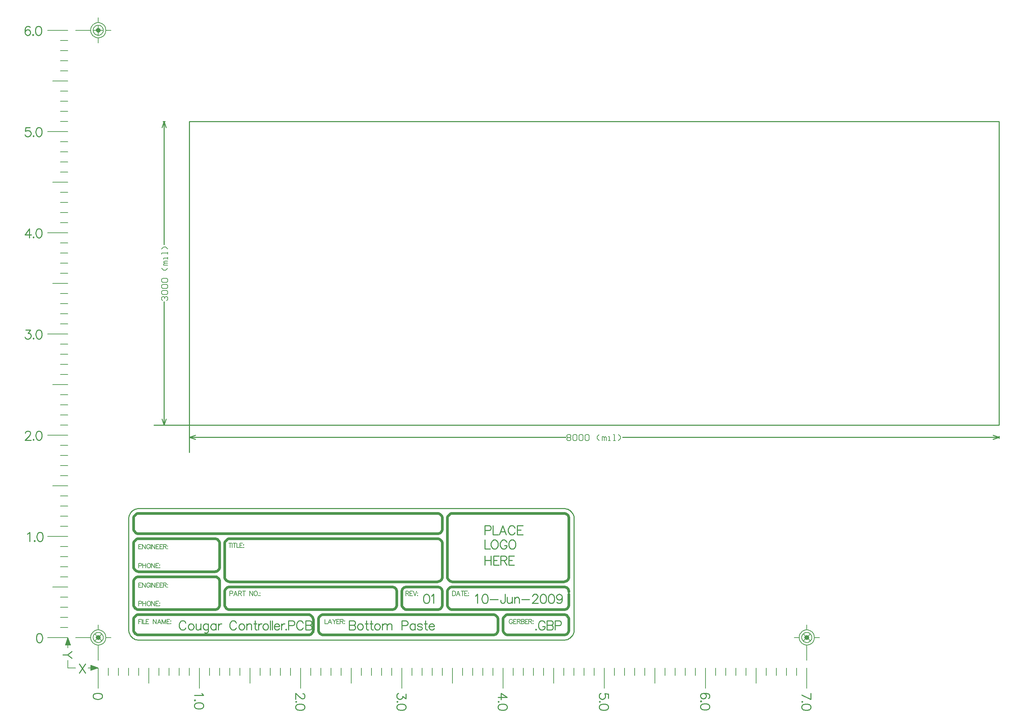
<source format=gbp>
%FSLAX23Y23*%
%MOIN*%
G70*
G01*
G75*
%ADD10C,0.021*%
%ADD11C,0.012*%
%ADD12C,0.035*%
%ADD13C,0.025*%
%ADD14C,0.045*%
%ADD15C,0.055*%
%ADD16C,0.009*%
%ADD17C,0.008*%
%ADD18C,0.010*%
%ADD19C,0.006*%
%ADD20C,0.005*%
%ADD21C,0.060*%
%ADD22C,0.200*%
%ADD23C,0.062*%
%ADD24R,0.062X0.062*%
%ADD25R,0.052X0.052*%
%ADD26C,0.052*%
%ADD27C,0.080*%
%ADD28C,0.055*%
%ADD29R,0.050X0.050*%
%ADD30C,0.050*%
%ADD31C,0.120*%
%ADD32R,0.060X0.060*%
%ADD33R,0.100X0.100*%
%ADD34C,0.100*%
%ADD35R,0.080X0.080*%
%ADD36P,0.065X8X0*%
%ADD37C,0.065*%
%ADD38R,0.065X0.065*%
D13*
X10453Y5923D02*
X10452Y5932D01*
X10449Y5942D01*
X10445Y5950D01*
X10439Y5957D01*
X10431Y5964D01*
X10423Y5968D01*
X10414Y5971D01*
X10404Y5972D01*
X9303D02*
X9293Y5971D01*
X9284Y5968D01*
X9275Y5963D01*
X9268Y5957D01*
X9262Y5950D01*
X9257Y5941D01*
X9254Y5932D01*
X9253Y5922D01*
X10403Y6022D02*
X10413Y6023D01*
X10422Y6026D01*
X10431Y6030D01*
X10438Y6036D01*
X10445Y6044D01*
X10449Y6053D01*
X10452Y6062D01*
X10453Y6072D01*
X9253D02*
X9254Y6062D01*
X9257Y6053D01*
X9262Y6044D01*
X9268Y6036D01*
X9275Y6030D01*
X9284Y6026D01*
X9293Y6023D01*
X9303Y6022D01*
X10453Y6648D02*
X10452Y6658D01*
X10449Y6667D01*
X10445Y6676D01*
X10438Y6683D01*
X10430Y6689D01*
X10422Y6694D01*
X10412Y6696D01*
X10402Y6697D01*
X10403Y5747D02*
X10413Y5748D01*
X10422Y5751D01*
X10431Y5755D01*
X10438Y5761D01*
X10445Y5769D01*
X10449Y5778D01*
X10452Y5787D01*
X10453Y5797D01*
X10453Y5648D02*
X10452Y5657D01*
X10449Y5667D01*
X10444Y5675D01*
X10438Y5682D01*
X10431Y5689D01*
X10422Y5693D01*
X10413Y5696D01*
X10403Y5697D01*
Y5497D02*
X10413Y5498D01*
X10422Y5501D01*
X10431Y5505D01*
X10438Y5511D01*
X10445Y5519D01*
X10449Y5528D01*
X10452Y5537D01*
X10453Y5547D01*
X9153Y5747D02*
X9163Y5748D01*
X9172Y5751D01*
X9181Y5755D01*
X9188Y5761D01*
X9195Y5769D01*
X9199Y5778D01*
X9202Y5787D01*
X9203Y5797D01*
X9253Y5796D02*
X9254Y5786D01*
X9257Y5777D01*
X9262Y5768D01*
X9268Y5761D01*
X9275Y5755D01*
X9284Y5750D01*
X9293Y5748D01*
X9303Y5747D01*
X9203Y5923D02*
X9202Y5932D01*
X9199Y5942D01*
X9195Y5950D01*
X9189Y5957D01*
X9181Y5964D01*
X9173Y5968D01*
X9164Y5971D01*
X9154Y5972D01*
X6153Y5547D02*
X6154Y5537D01*
X6157Y5528D01*
X6161Y5519D01*
X6167Y5512D01*
X6175Y5506D01*
X6183Y5501D01*
X6193Y5498D01*
X6202Y5497D01*
X9154Y6022D02*
X9164Y6023D01*
X9173Y6026D01*
X9181Y6031D01*
X9189Y6037D01*
X9195Y6044D01*
X9199Y6053D01*
X9202Y6062D01*
X9203Y6072D01*
X6203Y5697D02*
X6193Y5696D01*
X6184Y5693D01*
X6175Y5688D01*
X6168Y5682D01*
X6162Y5675D01*
X6157Y5666D01*
X6154Y5657D01*
X6153Y5647D01*
X9203Y6397D02*
X9202Y6407D01*
X9199Y6416D01*
X9195Y6425D01*
X9188Y6432D01*
X9181Y6438D01*
X9172Y6443D01*
X9163Y6446D01*
X9153Y6447D01*
Y6497D02*
X9163Y6498D01*
X9172Y6501D01*
X9181Y6505D01*
X9188Y6511D01*
X9195Y6519D01*
X9199Y6528D01*
X9202Y6537D01*
X9203Y6547D01*
X9303Y6697D02*
X9293Y6696D01*
X9284Y6693D01*
X9275Y6688D01*
X9268Y6682D01*
X9262Y6675D01*
X9257Y6666D01*
X9254Y6657D01*
X9253Y6647D01*
X9203D02*
X9202Y6657D01*
X9199Y6666D01*
X9195Y6675D01*
X9188Y6682D01*
X9181Y6688D01*
X9172Y6693D01*
X9163Y6696D01*
X9153Y6697D01*
X6203D02*
X6193Y6696D01*
X6184Y6693D01*
X6175Y6688D01*
X6168Y6682D01*
X6162Y6675D01*
X6157Y6666D01*
X6154Y6657D01*
X6153Y6647D01*
Y6547D02*
X6154Y6537D01*
X6157Y6528D01*
X6162Y6519D01*
X6168Y6511D01*
X6175Y6505D01*
X6184Y6501D01*
X6193Y6498D01*
X6203Y6497D01*
Y6447D02*
X6193Y6446D01*
X6184Y6443D01*
X6175Y6438D01*
X6168Y6432D01*
X6162Y6425D01*
X6157Y6416D01*
X6154Y6407D01*
X6153Y6397D01*
Y6172D02*
X6154Y6162D01*
X6157Y6153D01*
X6162Y6144D01*
X6168Y6136D01*
X6175Y6130D01*
X6184Y6126D01*
X6193Y6123D01*
X6203Y6122D01*
Y6072D02*
X6193Y6071D01*
X6184Y6068D01*
X6175Y6063D01*
X6168Y6057D01*
X6162Y6050D01*
X6157Y6041D01*
X6154Y6032D01*
X6153Y6022D01*
Y5797D02*
X6154Y5787D01*
X6157Y5778D01*
X6161Y5769D01*
X6167Y5762D01*
X6175Y5756D01*
X6183Y5751D01*
X6193Y5748D01*
X6202Y5747D01*
X7103Y6447D02*
X7093Y6446D01*
X7084Y6443D01*
X7075Y6438D01*
X7068Y6432D01*
X7062Y6425D01*
X7057Y6416D01*
X7054Y6407D01*
X7053Y6397D01*
X7103Y5972D02*
X7093Y5971D01*
X7084Y5968D01*
X7075Y5963D01*
X7068Y5957D01*
X7062Y5950D01*
X7057Y5941D01*
X7054Y5932D01*
X7053Y5922D01*
X8851Y5972D02*
X8841Y5971D01*
X8832Y5968D01*
X8824Y5963D01*
X8816Y5957D01*
X8810Y5949D01*
X8806Y5940D01*
X8804Y5931D01*
X8803Y5921D01*
X8803Y5798D02*
X8804Y5788D01*
X8807Y5778D01*
X8812Y5770D01*
X8818Y5762D01*
X8825Y5756D01*
X8834Y5751D01*
X8843Y5748D01*
X8853Y5747D01*
X8704Y5747D02*
X8714Y5748D01*
X8723Y5751D01*
X8732Y5755D01*
X8739Y5761D01*
X8745Y5769D01*
X8750Y5778D01*
X8752Y5787D01*
X8753Y5797D01*
X8753Y5923D02*
X8752Y5932D01*
X8749Y5942D01*
X8745Y5950D01*
X8739Y5957D01*
X8731Y5964D01*
X8723Y5968D01*
X8714Y5971D01*
X8704Y5972D01*
X6954Y5747D02*
X6964Y5748D01*
X6973Y5751D01*
X6981Y5755D01*
X6989Y5761D01*
X6995Y5769D01*
X6999Y5777D01*
X7002Y5786D01*
X7003Y5796D01*
X7053D02*
X7054Y5786D01*
X7057Y5777D01*
X7061Y5769D01*
X7067Y5761D01*
X7075Y5755D01*
X7083Y5751D01*
X7093Y5748D01*
X7102Y5747D01*
X7053Y6071D02*
X7054Y6061D01*
X7057Y6052D01*
X7061Y6044D01*
X7067Y6036D01*
X7075Y6030D01*
X7083Y6026D01*
X7093Y6023D01*
X7102Y6022D01*
X7003Y6023D02*
X7002Y6033D01*
X6999Y6042D01*
X6995Y6051D01*
X6988Y6058D01*
X6980Y6064D01*
X6972Y6069D01*
X6962Y6071D01*
X6952Y6072D01*
X6955Y6122D02*
X6964Y6123D01*
X6973Y6125D01*
X6982Y6130D01*
X6989Y6136D01*
X6995Y6143D01*
X6999Y6151D01*
X7002Y6160D01*
X7003Y6170D01*
Y6398D02*
X7002Y6407D01*
X6999Y6417D01*
X6995Y6425D01*
X6989Y6432D01*
X6981Y6439D01*
X6973Y6443D01*
X6964Y6446D01*
X6954Y6447D01*
X9853Y5697D02*
X9843Y5696D01*
X9834Y5693D01*
X9825Y5688D01*
X9818Y5682D01*
X9812Y5675D01*
X9807Y5666D01*
X9804Y5657D01*
X9803Y5647D01*
Y5546D02*
X9804Y5536D01*
X9807Y5527D01*
X9812Y5518D01*
X9818Y5511D01*
X9825Y5505D01*
X9834Y5500D01*
X9843Y5498D01*
X9853Y5497D01*
X9704Y5497D02*
X9714Y5498D01*
X9723Y5500D01*
X9732Y5505D01*
X9739Y5511D01*
X9745Y5519D01*
X9750Y5527D01*
X9752Y5537D01*
X9753Y5546D01*
X9753Y5647D02*
X9752Y5657D01*
X9749Y5666D01*
X9745Y5675D01*
X9738Y5682D01*
X9731Y5688D01*
X9722Y5693D01*
X9713Y5696D01*
X9703Y5697D01*
X7978Y5547D02*
X7979Y5537D01*
X7982Y5528D01*
X7986Y5519D01*
X7992Y5512D01*
X8000Y5506D01*
X8008Y5501D01*
X8018Y5498D01*
X8027Y5497D01*
X8028Y5697D02*
X8018Y5696D01*
X8009Y5693D01*
X8000Y5688D01*
X7993Y5682D01*
X7987Y5675D01*
X7982Y5666D01*
X7979Y5657D01*
X7978Y5647D01*
X7879Y5497D02*
X7889Y5498D01*
X7898Y5500D01*
X7907Y5505D01*
X7914Y5511D01*
X7920Y5519D01*
X7925Y5527D01*
X7927Y5537D01*
X7928Y5546D01*
X7928Y5647D02*
X7927Y5657D01*
X7924Y5666D01*
X7920Y5675D01*
X7913Y5682D01*
X7906Y5688D01*
X7897Y5693D01*
X7888Y5696D01*
X7878Y5697D01*
X8028Y5497D02*
X9703D01*
X6203D02*
X7878D01*
X6203Y5697D02*
X7878D01*
X8028D02*
X9703D01*
X9853Y5497D02*
X10403D01*
X9853Y5697D02*
X10403D01*
X6203Y6697D02*
X9153D01*
X6203Y5747D02*
X6953D01*
X6203Y6072D02*
X6953D01*
X6203Y6122D02*
X6953D01*
X6203Y6447D02*
X6953D01*
X6203Y6497D02*
X9153D01*
X7103Y6447D02*
X9153D01*
X7103Y5972D02*
X8703D01*
X7103Y5747D02*
X8703D01*
X8853D02*
X9153D01*
X8853Y5972D02*
X9153D01*
X9303Y5747D02*
X10403D01*
X9303Y6697D02*
X10403D01*
X7103Y6022D02*
X9153D01*
X9303D02*
X10403D01*
X9303Y5972D02*
X10403D01*
X7928Y5547D02*
Y5647D01*
X7978Y5547D02*
Y5647D01*
X9753Y5547D02*
Y5647D01*
X9803Y5547D02*
Y5647D01*
X6153Y5797D02*
Y6022D01*
X7003Y5797D02*
Y6022D01*
X6153Y6172D02*
Y6397D01*
X7003Y6172D02*
Y6397D01*
X6153Y6547D02*
Y6647D01*
X9203Y6547D02*
Y6647D01*
Y6072D02*
Y6397D01*
X7053Y6072D02*
Y6397D01*
X8753Y5797D02*
Y5922D01*
X7053Y5797D02*
Y5922D01*
X8803Y5797D02*
Y5922D01*
X9203Y5797D02*
Y5922D01*
X10453Y5547D02*
Y5647D01*
Y5797D02*
Y5897D01*
X6153Y5547D02*
Y5647D01*
X9253Y6072D02*
Y6647D01*
X10453Y6072D02*
Y6647D01*
X9253Y5797D02*
Y5922D01*
D16*
X10127Y5555D02*
X10123Y5551D01*
X10127Y5547D01*
X10132Y5551D01*
X10127Y5555D01*
X10216Y5615D02*
X10211Y5624D01*
X10203Y5633D01*
X10194Y5637D01*
X10177D01*
X10169Y5633D01*
X10160Y5624D01*
X10156Y5615D01*
X10151Y5603D01*
Y5581D01*
X10156Y5568D01*
X10160Y5560D01*
X10169Y5551D01*
X10177Y5547D01*
X10194D01*
X10203Y5551D01*
X10211Y5560D01*
X10216Y5568D01*
Y5581D01*
X10194D02*
X10216D01*
X10236Y5637D02*
Y5547D01*
Y5637D02*
X10275D01*
X10288Y5633D01*
X10292Y5628D01*
X10296Y5620D01*
Y5611D01*
X10292Y5603D01*
X10288Y5598D01*
X10275Y5594D01*
X10236D02*
X10275D01*
X10288Y5590D01*
X10292Y5585D01*
X10296Y5577D01*
Y5564D01*
X10292Y5555D01*
X10288Y5551D01*
X10275Y5547D01*
X10236D01*
X10316Y5590D02*
X10355D01*
X10368Y5594D01*
X10372Y5598D01*
X10376Y5607D01*
Y5620D01*
X10372Y5628D01*
X10368Y5633D01*
X10355Y5637D01*
X10316D01*
Y5547D01*
X5130Y11499D02*
X5125Y11507D01*
X5112Y11512D01*
X5104D01*
X5091Y11507D01*
X5082Y11495D01*
X5078Y11473D01*
Y11452D01*
X5082Y11435D01*
X5091Y11426D01*
X5104Y11422D01*
X5108D01*
X5121Y11426D01*
X5130Y11435D01*
X5134Y11448D01*
Y11452D01*
X5130Y11465D01*
X5121Y11473D01*
X5108Y11478D01*
X5104D01*
X5091Y11473D01*
X5082Y11465D01*
X5078Y11452D01*
X5158Y11430D02*
X5154Y11426D01*
X5158Y11422D01*
X5162Y11426D01*
X5158Y11430D01*
X5208Y11512D02*
X5195Y11507D01*
X5186Y11495D01*
X5182Y11473D01*
Y11460D01*
X5186Y11439D01*
X5195Y11426D01*
X5208Y11422D01*
X5216D01*
X5229Y11426D01*
X5238Y11439D01*
X5242Y11460D01*
Y11473D01*
X5238Y11495D01*
X5229Y11507D01*
X5216Y11512D01*
X5208D01*
X5121Y9512D02*
X5078Y9452D01*
X5142D01*
X5121Y9512D02*
Y9422D01*
X5163Y9430D02*
X5158Y9426D01*
X5163Y9422D01*
X5167Y9426D01*
X5163Y9430D01*
X5212Y9512D02*
X5199Y9507D01*
X5191Y9495D01*
X5187Y9473D01*
Y9460D01*
X5191Y9439D01*
X5199Y9426D01*
X5212Y9422D01*
X5221D01*
X5234Y9426D01*
X5242Y9439D01*
X5247Y9460D01*
Y9473D01*
X5242Y9495D01*
X5234Y9507D01*
X5221Y9512D01*
X5212D01*
X5082Y7490D02*
Y7495D01*
X5087Y7503D01*
X5091Y7508D01*
X5100Y7512D01*
X5117D01*
X5125Y7508D01*
X5130Y7503D01*
X5134Y7495D01*
Y7486D01*
X5130Y7478D01*
X5121Y7465D01*
X5078Y7422D01*
X5138D01*
X5163Y7430D02*
X5158Y7426D01*
X5163Y7422D01*
X5167Y7426D01*
X5163Y7430D01*
X5212Y7512D02*
X5199Y7508D01*
X5191Y7495D01*
X5187Y7473D01*
Y7460D01*
X5191Y7439D01*
X5199Y7426D01*
X5212Y7422D01*
X5221D01*
X5234Y7426D01*
X5242Y7439D01*
X5247Y7460D01*
Y7473D01*
X5242Y7495D01*
X5234Y7508D01*
X5221Y7512D01*
X5212D01*
X5216Y5512D02*
X5203Y5508D01*
X5195Y5495D01*
X5191Y5473D01*
Y5460D01*
X5195Y5439D01*
X5203Y5426D01*
X5216Y5422D01*
X5225D01*
X5238Y5426D01*
X5246Y5439D01*
X5251Y5460D01*
Y5473D01*
X5246Y5495D01*
X5238Y5508D01*
X5225Y5512D01*
X5216D01*
X5103Y6495D02*
X5112Y6499D01*
X5125Y6512D01*
Y6422D01*
X5173Y6430D02*
X5169Y6426D01*
X5173Y6422D01*
X5178Y6426D01*
X5173Y6430D01*
X5223Y6512D02*
X5210Y6508D01*
X5202Y6495D01*
X5197Y6473D01*
Y6460D01*
X5202Y6439D01*
X5210Y6426D01*
X5223Y6422D01*
X5232D01*
X5245Y6426D01*
X5253Y6439D01*
X5257Y6460D01*
Y6473D01*
X5253Y6495D01*
X5245Y6508D01*
X5232Y6512D01*
X5223D01*
X5087Y8512D02*
X5134D01*
X5108Y8478D01*
X5121D01*
X5130Y8473D01*
X5134Y8469D01*
X5138Y8456D01*
Y8448D01*
X5134Y8435D01*
X5125Y8426D01*
X5112Y8422D01*
X5100D01*
X5087Y8426D01*
X5082Y8430D01*
X5078Y8439D01*
X5163Y8430D02*
X5158Y8426D01*
X5163Y8422D01*
X5167Y8426D01*
X5163Y8430D01*
X5212Y8512D02*
X5199Y8507D01*
X5191Y8495D01*
X5187Y8473D01*
Y8460D01*
X5191Y8439D01*
X5199Y8426D01*
X5212Y8422D01*
X5221D01*
X5234Y8426D01*
X5242Y8439D01*
X5247Y8460D01*
Y8473D01*
X5242Y8495D01*
X5234Y8507D01*
X5221Y8512D01*
X5212D01*
X5130Y10512D02*
X5087D01*
X5082Y10473D01*
X5087Y10478D01*
X5100Y10482D01*
X5112D01*
X5125Y10478D01*
X5134Y10469D01*
X5138Y10456D01*
Y10448D01*
X5134Y10435D01*
X5125Y10426D01*
X5112Y10422D01*
X5100D01*
X5087Y10426D01*
X5082Y10430D01*
X5078Y10439D01*
X5163Y10430D02*
X5158Y10426D01*
X5163Y10422D01*
X5167Y10426D01*
X5163Y10430D01*
X5212Y10512D02*
X5199Y10507D01*
X5191Y10495D01*
X5187Y10473D01*
Y10460D01*
X5191Y10439D01*
X5199Y10426D01*
X5212Y10422D01*
X5221D01*
X5234Y10426D01*
X5242Y10439D01*
X5247Y10460D01*
Y10473D01*
X5242Y10495D01*
X5234Y10507D01*
X5221Y10512D01*
X5212D01*
X12843Y4862D02*
X12753Y4905D01*
X12843Y4922D02*
Y4862D01*
X12762Y4837D02*
X12757Y4842D01*
X12753Y4837D01*
X12757Y4833D01*
X12762Y4837D01*
X12843Y4788D02*
X12839Y4801D01*
X12826Y4809D01*
X12805Y4813D01*
X12792D01*
X12770Y4809D01*
X12757Y4801D01*
X12753Y4788D01*
Y4779D01*
X12757Y4766D01*
X12770Y4758D01*
X12792Y4753D01*
X12805D01*
X12826Y4758D01*
X12839Y4766D01*
X12843Y4779D01*
Y4788D01*
X10843Y4870D02*
Y4913D01*
X10805Y4918D01*
X10809Y4913D01*
X10813Y4900D01*
Y4888D01*
X10809Y4875D01*
X10800Y4866D01*
X10787Y4862D01*
X10779D01*
X10766Y4866D01*
X10757Y4875D01*
X10753Y4888D01*
Y4900D01*
X10757Y4913D01*
X10762Y4918D01*
X10770Y4922D01*
X10762Y4837D02*
X10757Y4842D01*
X10753Y4837D01*
X10757Y4833D01*
X10762Y4837D01*
X10843Y4788D02*
X10839Y4801D01*
X10826Y4809D01*
X10805Y4813D01*
X10792D01*
X10770Y4809D01*
X10757Y4801D01*
X10753Y4788D01*
Y4779D01*
X10757Y4766D01*
X10770Y4758D01*
X10792Y4753D01*
X10805D01*
X10826Y4758D01*
X10839Y4766D01*
X10843Y4779D01*
Y4788D01*
X8843Y4913D02*
Y4866D01*
X8809Y4892D01*
Y4879D01*
X8805Y4870D01*
X8800Y4866D01*
X8787Y4862D01*
X8779D01*
X8766Y4866D01*
X8757Y4875D01*
X8753Y4888D01*
Y4900D01*
X8757Y4913D01*
X8762Y4918D01*
X8770Y4922D01*
X8762Y4837D02*
X8757Y4842D01*
X8753Y4837D01*
X8757Y4833D01*
X8762Y4837D01*
X8843Y4788D02*
X8839Y4801D01*
X8826Y4809D01*
X8805Y4813D01*
X8792D01*
X8770Y4809D01*
X8757Y4801D01*
X8753Y4788D01*
Y4779D01*
X8757Y4766D01*
X8770Y4758D01*
X8792Y4753D01*
X8805D01*
X8826Y4758D01*
X8839Y4766D01*
X8843Y4779D01*
Y4788D01*
X6826Y4922D02*
X6830Y4913D01*
X6843Y4900D01*
X6753D01*
X6762Y4852D02*
X6757Y4856D01*
X6753Y4852D01*
X6757Y4847D01*
X6762Y4852D01*
X6843Y4802D02*
X6839Y4815D01*
X6826Y4823D01*
X6805Y4828D01*
X6792D01*
X6770Y4823D01*
X6757Y4815D01*
X6753Y4802D01*
Y4793D01*
X6757Y4780D01*
X6770Y4772D01*
X6792Y4768D01*
X6805D01*
X6826Y4772D01*
X6839Y4780D01*
X6843Y4793D01*
Y4802D01*
X5843Y4896D02*
X5839Y4909D01*
X5826Y4918D01*
X5805Y4922D01*
X5792D01*
X5770Y4918D01*
X5757Y4909D01*
X5753Y4896D01*
Y4888D01*
X5757Y4875D01*
X5770Y4866D01*
X5792Y4862D01*
X5805D01*
X5826Y4866D01*
X5839Y4875D01*
X5843Y4888D01*
Y4896D01*
X7822Y4918D02*
X7826D01*
X7835Y4913D01*
X7839Y4909D01*
X7843Y4900D01*
Y4883D01*
X7839Y4875D01*
X7835Y4870D01*
X7826Y4866D01*
X7817D01*
X7809Y4870D01*
X7796Y4879D01*
X7753Y4922D01*
Y4862D01*
X7762Y4837D02*
X7757Y4842D01*
X7753Y4837D01*
X7757Y4833D01*
X7762Y4837D01*
X7843Y4788D02*
X7839Y4801D01*
X7826Y4809D01*
X7805Y4813D01*
X7792D01*
X7770Y4809D01*
X7757Y4801D01*
X7753Y4788D01*
Y4779D01*
X7757Y4766D01*
X7770Y4758D01*
X7792Y4753D01*
X7805D01*
X7826Y4758D01*
X7839Y4766D01*
X7843Y4779D01*
Y4788D01*
X9843Y4879D02*
X9783Y4922D01*
Y4858D01*
X9843Y4879D02*
X9753D01*
X9762Y4837D02*
X9757Y4842D01*
X9753Y4837D01*
X9757Y4833D01*
X9762Y4837D01*
X9843Y4788D02*
X9839Y4801D01*
X9826Y4809D01*
X9805Y4813D01*
X9792D01*
X9770Y4809D01*
X9757Y4801D01*
X9753Y4788D01*
Y4779D01*
X9757Y4766D01*
X9770Y4758D01*
X9792Y4753D01*
X9805D01*
X9826Y4758D01*
X9839Y4766D01*
X9843Y4779D01*
Y4788D01*
X11830Y4870D02*
X11839Y4875D01*
X11843Y4888D01*
Y4896D01*
X11839Y4909D01*
X11826Y4918D01*
X11805Y4922D01*
X11783D01*
X11766Y4918D01*
X11757Y4909D01*
X11753Y4896D01*
Y4892D01*
X11757Y4879D01*
X11766Y4870D01*
X11779Y4866D01*
X11783D01*
X11796Y4870D01*
X11805Y4879D01*
X11809Y4892D01*
Y4896D01*
X11805Y4909D01*
X11796Y4918D01*
X11783Y4922D01*
X11762Y4842D02*
X11757Y4846D01*
X11753Y4842D01*
X11757Y4838D01*
X11762Y4842D01*
X11843Y4792D02*
X11839Y4805D01*
X11826Y4814D01*
X11805Y4818D01*
X11792D01*
X11770Y4814D01*
X11757Y4805D01*
X11753Y4792D01*
Y4784D01*
X11757Y4771D01*
X11770Y4762D01*
X11792Y4758D01*
X11805D01*
X11826Y4762D01*
X11839Y4771D01*
X11843Y4784D01*
Y4792D01*
X5616Y5212D02*
X5676Y5122D01*
Y5212D02*
X5616Y5122D01*
X5543Y5334D02*
X5500Y5300D01*
X5453D01*
X5543Y5266D02*
X5500Y5300D01*
X9528Y5882D02*
X9537Y5886D01*
X9550Y5899D01*
Y5809D01*
X9620Y5899D02*
X9607Y5895D01*
X9598Y5882D01*
X9594Y5861D01*
Y5848D01*
X9598Y5826D01*
X9607Y5814D01*
X9620Y5809D01*
X9628D01*
X9641Y5814D01*
X9650Y5826D01*
X9654Y5848D01*
Y5861D01*
X9650Y5882D01*
X9641Y5895D01*
X9628Y5899D01*
X9620D01*
X9674Y5848D02*
X9751D01*
X9821Y5899D02*
Y5831D01*
X9816Y5818D01*
X9812Y5814D01*
X9804Y5809D01*
X9795D01*
X9786Y5814D01*
X9782Y5818D01*
X9778Y5831D01*
Y5839D01*
X9844Y5869D02*
Y5826D01*
X9848Y5814D01*
X9857Y5809D01*
X9870D01*
X9878Y5814D01*
X9891Y5826D01*
Y5869D02*
Y5809D01*
X9915Y5869D02*
Y5809D01*
Y5852D02*
X9927Y5865D01*
X9936Y5869D01*
X9949D01*
X9957Y5865D01*
X9962Y5852D01*
Y5809D01*
X9985Y5848D02*
X10062D01*
X10093Y5878D02*
Y5882D01*
X10098Y5891D01*
X10102Y5895D01*
X10110Y5899D01*
X10128D01*
X10136Y5895D01*
X10140Y5891D01*
X10145Y5882D01*
Y5874D01*
X10140Y5865D01*
X10132Y5852D01*
X10089Y5809D01*
X10149D01*
X10195Y5899D02*
X10182Y5895D01*
X10173Y5882D01*
X10169Y5861D01*
Y5848D01*
X10173Y5826D01*
X10182Y5814D01*
X10195Y5809D01*
X10203D01*
X10216Y5814D01*
X10225Y5826D01*
X10229Y5848D01*
Y5861D01*
X10225Y5882D01*
X10216Y5895D01*
X10203Y5899D01*
X10195D01*
X10275D02*
X10262Y5895D01*
X10254Y5882D01*
X10249Y5861D01*
Y5848D01*
X10254Y5826D01*
X10262Y5814D01*
X10275Y5809D01*
X10284D01*
X10296Y5814D01*
X10305Y5826D01*
X10309Y5848D01*
Y5861D01*
X10305Y5882D01*
X10296Y5895D01*
X10284Y5899D01*
X10275D01*
X10385Y5869D02*
X10381Y5856D01*
X10372Y5848D01*
X10359Y5844D01*
X10355D01*
X10342Y5848D01*
X10334Y5856D01*
X10329Y5869D01*
Y5874D01*
X10334Y5886D01*
X10342Y5895D01*
X10355Y5899D01*
X10359D01*
X10372Y5895D01*
X10381Y5886D01*
X10385Y5869D01*
Y5848D01*
X10381Y5826D01*
X10372Y5814D01*
X10359Y5809D01*
X10351D01*
X10338Y5814D01*
X10334Y5822D01*
X9623Y6277D02*
Y6187D01*
X9683Y6277D02*
Y6187D01*
X9623Y6234D02*
X9683D01*
X9764Y6277D02*
X9708D01*
Y6187D01*
X9764D01*
X9708Y6234D02*
X9742D01*
X9779Y6277D02*
Y6187D01*
Y6277D02*
X9817D01*
X9830Y6273D01*
X9834Y6268D01*
X9839Y6260D01*
Y6251D01*
X9834Y6243D01*
X9830Y6238D01*
X9817Y6234D01*
X9779D01*
X9809D02*
X9839Y6187D01*
X9914Y6277D02*
X9859D01*
Y6187D01*
X9914D01*
X9859Y6234D02*
X9893D01*
X9623Y6437D02*
Y6347D01*
X9675D01*
X9710Y6437D02*
X9702Y6432D01*
X9693Y6424D01*
X9689Y6415D01*
X9684Y6403D01*
Y6381D01*
X9689Y6368D01*
X9693Y6360D01*
X9702Y6351D01*
X9710Y6347D01*
X9727D01*
X9736Y6351D01*
X9744Y6360D01*
X9749Y6368D01*
X9753Y6381D01*
Y6403D01*
X9749Y6415D01*
X9744Y6424D01*
X9736Y6432D01*
X9727Y6437D01*
X9710D01*
X9838Y6415D02*
X9834Y6424D01*
X9825Y6432D01*
X9817Y6437D01*
X9800D01*
X9791Y6432D01*
X9783Y6424D01*
X9778Y6415D01*
X9774Y6403D01*
Y6381D01*
X9778Y6368D01*
X9783Y6360D01*
X9791Y6351D01*
X9800Y6347D01*
X9817D01*
X9825Y6351D01*
X9834Y6360D01*
X9838Y6368D01*
Y6381D01*
X9817D02*
X9838D01*
X9884Y6437D02*
X9876Y6432D01*
X9867Y6424D01*
X9863Y6415D01*
X9859Y6403D01*
Y6381D01*
X9863Y6368D01*
X9867Y6360D01*
X9876Y6351D01*
X9884Y6347D01*
X9902D01*
X9910Y6351D01*
X9919Y6360D01*
X9923Y6368D01*
X9927Y6381D01*
Y6403D01*
X9923Y6415D01*
X9919Y6424D01*
X9910Y6432D01*
X9902Y6437D01*
X9884D01*
X9623Y6530D02*
X9662D01*
X9675Y6534D01*
X9679Y6538D01*
X9683Y6547D01*
Y6560D01*
X9679Y6568D01*
X9675Y6573D01*
X9662Y6577D01*
X9623D01*
Y6487D01*
X9703Y6577D02*
Y6487D01*
X9755D01*
X9833D02*
X9799Y6577D01*
X9765Y6487D01*
X9777Y6517D02*
X9820D01*
X9918Y6555D02*
X9914Y6564D01*
X9905Y6573D01*
X9897Y6577D01*
X9880D01*
X9871Y6573D01*
X9863Y6564D01*
X9858Y6555D01*
X9854Y6543D01*
Y6521D01*
X9858Y6508D01*
X9863Y6500D01*
X9871Y6491D01*
X9880Y6487D01*
X9897D01*
X9905Y6491D01*
X9914Y6500D01*
X9918Y6508D01*
X9999Y6577D02*
X9944D01*
Y6487D01*
X9999D01*
X9944Y6534D02*
X9978D01*
X9041Y5899D02*
X9028Y5895D01*
X9020Y5882D01*
X9016Y5861D01*
Y5848D01*
X9020Y5826D01*
X9028Y5814D01*
X9041Y5809D01*
X9050D01*
X9063Y5814D01*
X9071Y5826D01*
X9076Y5848D01*
Y5861D01*
X9071Y5882D01*
X9063Y5895D01*
X9050Y5899D01*
X9041D01*
X9096Y5882D02*
X9104Y5886D01*
X9117Y5899D01*
Y5809D01*
X8283Y5637D02*
Y5547D01*
Y5637D02*
X8322D01*
X8335Y5633D01*
X8339Y5628D01*
X8343Y5620D01*
Y5611D01*
X8339Y5603D01*
X8335Y5598D01*
X8322Y5594D01*
X8283D02*
X8322D01*
X8335Y5590D01*
X8339Y5585D01*
X8343Y5577D01*
Y5564D01*
X8339Y5555D01*
X8335Y5551D01*
X8322Y5547D01*
X8283D01*
X8385Y5607D02*
X8376Y5603D01*
X8368Y5594D01*
X8363Y5581D01*
Y5573D01*
X8368Y5560D01*
X8376Y5551D01*
X8385Y5547D01*
X8398D01*
X8406Y5551D01*
X8415Y5560D01*
X8419Y5573D01*
Y5581D01*
X8415Y5594D01*
X8406Y5603D01*
X8398Y5607D01*
X8385D01*
X8452Y5637D02*
Y5564D01*
X8456Y5551D01*
X8464Y5547D01*
X8473D01*
X8439Y5607D02*
X8469D01*
X8499Y5637D02*
Y5564D01*
X8503Y5551D01*
X8512Y5547D01*
X8520D01*
X8486Y5607D02*
X8516D01*
X8554D02*
X8546Y5603D01*
X8537Y5594D01*
X8533Y5581D01*
Y5573D01*
X8537Y5560D01*
X8546Y5551D01*
X8554Y5547D01*
X8567D01*
X8576Y5551D01*
X8584Y5560D01*
X8589Y5573D01*
Y5581D01*
X8584Y5594D01*
X8576Y5603D01*
X8567Y5607D01*
X8554D01*
X8608D02*
Y5547D01*
Y5590D02*
X8621Y5603D01*
X8630Y5607D01*
X8643D01*
X8651Y5603D01*
X8655Y5590D01*
Y5547D01*
Y5590D02*
X8668Y5603D01*
X8677Y5607D01*
X8690D01*
X8698Y5603D01*
X8703Y5590D01*
Y5547D01*
X8802Y5590D02*
X8840D01*
X8853Y5594D01*
X8857Y5598D01*
X8862Y5607D01*
Y5620D01*
X8857Y5628D01*
X8853Y5633D01*
X8840Y5637D01*
X8802D01*
Y5547D01*
X8933Y5607D02*
Y5547D01*
Y5594D02*
X8925Y5603D01*
X8916Y5607D01*
X8903D01*
X8895Y5603D01*
X8886Y5594D01*
X8882Y5581D01*
Y5573D01*
X8886Y5560D01*
X8895Y5551D01*
X8903Y5547D01*
X8916D01*
X8925Y5551D01*
X8933Y5560D01*
X9004Y5594D02*
X9000Y5603D01*
X8987Y5607D01*
X8974D01*
X8961Y5603D01*
X8957Y5594D01*
X8961Y5585D01*
X8970Y5581D01*
X8991Y5577D01*
X9000Y5573D01*
X9004Y5564D01*
Y5560D01*
X9000Y5551D01*
X8987Y5547D01*
X8974D01*
X8961Y5551D01*
X8957Y5560D01*
X9036Y5637D02*
Y5564D01*
X9040Y5551D01*
X9049Y5547D01*
X9057D01*
X9023Y5607D02*
X9053D01*
X9070Y5581D02*
X9122D01*
Y5590D01*
X9117Y5598D01*
X9113Y5603D01*
X9105Y5607D01*
X9092D01*
X9083Y5603D01*
X9075Y5594D01*
X9070Y5581D01*
Y5573D01*
X9075Y5560D01*
X9083Y5551D01*
X9092Y5547D01*
X9105D01*
X9113Y5551D01*
X9122Y5560D01*
X6667Y5615D02*
X6663Y5624D01*
X6655Y5633D01*
X6646Y5637D01*
X6629D01*
X6620Y5633D01*
X6612Y5624D01*
X6607Y5615D01*
X6603Y5603D01*
Y5581D01*
X6607Y5568D01*
X6612Y5560D01*
X6620Y5551D01*
X6629Y5547D01*
X6646D01*
X6655Y5551D01*
X6663Y5560D01*
X6667Y5568D01*
X6714Y5607D02*
X6706Y5603D01*
X6697Y5594D01*
X6693Y5581D01*
Y5573D01*
X6697Y5560D01*
X6706Y5551D01*
X6714Y5547D01*
X6727D01*
X6736Y5551D01*
X6744Y5560D01*
X6748Y5573D01*
Y5581D01*
X6744Y5594D01*
X6736Y5603D01*
X6727Y5607D01*
X6714D01*
X6768D02*
Y5564D01*
X6772Y5551D01*
X6781Y5547D01*
X6794D01*
X6802Y5551D01*
X6815Y5564D01*
Y5607D02*
Y5547D01*
X6890Y5607D02*
Y5538D01*
X6886Y5525D01*
X6882Y5521D01*
X6873Y5517D01*
X6860D01*
X6852Y5521D01*
X6890Y5594D02*
X6882Y5603D01*
X6873Y5607D01*
X6860D01*
X6852Y5603D01*
X6843Y5594D01*
X6839Y5581D01*
Y5573D01*
X6843Y5560D01*
X6852Y5551D01*
X6860Y5547D01*
X6873D01*
X6882Y5551D01*
X6890Y5560D01*
X6966Y5607D02*
Y5547D01*
Y5594D02*
X6957Y5603D01*
X6948Y5607D01*
X6936D01*
X6927Y5603D01*
X6918Y5594D01*
X6914Y5581D01*
Y5573D01*
X6918Y5560D01*
X6927Y5551D01*
X6936Y5547D01*
X6948D01*
X6957Y5551D01*
X6966Y5560D01*
X6990Y5607D02*
Y5547D01*
Y5581D02*
X6994Y5594D01*
X7002Y5603D01*
X7011Y5607D01*
X7024D01*
X7167Y5615D02*
X7163Y5624D01*
X7154Y5633D01*
X7146Y5637D01*
X7128D01*
X7120Y5633D01*
X7111Y5624D01*
X7107Y5615D01*
X7103Y5603D01*
Y5581D01*
X7107Y5568D01*
X7111Y5560D01*
X7120Y5551D01*
X7128Y5547D01*
X7146D01*
X7154Y5551D01*
X7163Y5560D01*
X7167Y5568D01*
X7214Y5607D02*
X7205Y5603D01*
X7197Y5594D01*
X7192Y5581D01*
Y5573D01*
X7197Y5560D01*
X7205Y5551D01*
X7214Y5547D01*
X7227D01*
X7235Y5551D01*
X7244Y5560D01*
X7248Y5573D01*
Y5581D01*
X7244Y5594D01*
X7235Y5603D01*
X7227Y5607D01*
X7214D01*
X7268D02*
Y5547D01*
Y5590D02*
X7281Y5603D01*
X7289Y5607D01*
X7302D01*
X7311Y5603D01*
X7315Y5590D01*
Y5547D01*
X7351Y5637D02*
Y5564D01*
X7356Y5551D01*
X7364Y5547D01*
X7373D01*
X7338Y5607D02*
X7368D01*
X7386D02*
Y5547D01*
Y5581D02*
X7390Y5594D01*
X7398Y5603D01*
X7407Y5607D01*
X7420D01*
X7449D02*
X7441Y5603D01*
X7432Y5594D01*
X7428Y5581D01*
Y5573D01*
X7432Y5560D01*
X7441Y5551D01*
X7449Y5547D01*
X7462D01*
X7471Y5551D01*
X7479Y5560D01*
X7484Y5573D01*
Y5581D01*
X7479Y5594D01*
X7471Y5603D01*
X7462Y5607D01*
X7449D01*
X7503Y5637D02*
Y5547D01*
X7522Y5637D02*
Y5547D01*
X7541Y5581D02*
X7592D01*
Y5590D01*
X7588Y5598D01*
X7584Y5603D01*
X7575Y5607D01*
X7562D01*
X7554Y5603D01*
X7545Y5594D01*
X7541Y5581D01*
Y5573D01*
X7545Y5560D01*
X7554Y5551D01*
X7562Y5547D01*
X7575D01*
X7584Y5551D01*
X7592Y5560D01*
X7612Y5607D02*
Y5547D01*
Y5581D02*
X7616Y5594D01*
X7625Y5603D01*
X7633Y5607D01*
X7646D01*
X7658Y5555D02*
X7654Y5551D01*
X7658Y5547D01*
X7663Y5551D01*
X7658Y5555D01*
X7682Y5590D02*
X7721D01*
X7734Y5594D01*
X7738Y5598D01*
X7742Y5607D01*
Y5620D01*
X7738Y5628D01*
X7734Y5633D01*
X7721Y5637D01*
X7682D01*
Y5547D01*
X7827Y5615D02*
X7823Y5624D01*
X7814Y5633D01*
X7805Y5637D01*
X7788D01*
X7780Y5633D01*
X7771Y5624D01*
X7767Y5615D01*
X7763Y5603D01*
Y5581D01*
X7767Y5568D01*
X7771Y5560D01*
X7780Y5551D01*
X7788Y5547D01*
X7805D01*
X7814Y5551D01*
X7823Y5560D01*
X7827Y5568D01*
X7852Y5637D02*
Y5547D01*
Y5637D02*
X7891D01*
X7904Y5633D01*
X7908Y5628D01*
X7912Y5620D01*
Y5611D01*
X7908Y5603D01*
X7904Y5598D01*
X7891Y5594D01*
X7852D02*
X7891D01*
X7904Y5590D01*
X7908Y5585D01*
X7912Y5577D01*
Y5564D01*
X7908Y5555D01*
X7904Y5551D01*
X7891Y5547D01*
X7852D01*
D17*
X12853Y5472D02*
X12852Y5482D01*
X12849Y5492D01*
X12844Y5500D01*
X12838Y5508D01*
X12830Y5514D01*
X12820Y5519D01*
X12811Y5521D01*
X12801Y5522D01*
X12791Y5520D01*
X12781Y5517D01*
X12773Y5511D01*
X12765Y5504D01*
X12759Y5496D01*
X12755Y5487D01*
X12753Y5477D01*
Y5467D01*
X12755Y5457D01*
X12759Y5448D01*
X12765Y5439D01*
X12773Y5432D01*
X12781Y5427D01*
X12791Y5423D01*
X12801Y5422D01*
X12811Y5422D01*
X12820Y5425D01*
X12830Y5429D01*
X12838Y5436D01*
X12844Y5443D01*
X12849Y5452D01*
X12852Y5462D01*
X12853Y5472D01*
X12878D02*
X12877Y5482D01*
X12875Y5492D01*
X12872Y5501D01*
X12868Y5510D01*
X12862Y5518D01*
X12855Y5526D01*
X12848Y5532D01*
X12839Y5538D01*
X12830Y5542D01*
X12821Y5545D01*
X12811Y5546D01*
X12801Y5547D01*
X12791Y5546D01*
X12781Y5543D01*
X12772Y5540D01*
X12763Y5535D01*
X12755Y5529D01*
X12748Y5522D01*
X12741Y5514D01*
X12736Y5506D01*
X12732Y5496D01*
X12730Y5487D01*
X12728Y5477D01*
Y5467D01*
X12730Y5457D01*
X12732Y5447D01*
X12736Y5438D01*
X12741Y5429D01*
X12748Y5421D01*
X12755Y5415D01*
X12763Y5409D01*
X12772Y5404D01*
X12781Y5400D01*
X12791Y5398D01*
X12801Y5397D01*
X12811Y5397D01*
X12821Y5399D01*
X12830Y5402D01*
X12839Y5406D01*
X12848Y5411D01*
X12855Y5418D01*
X12862Y5425D01*
X12868Y5434D01*
X12872Y5443D01*
X12875Y5452D01*
X12877Y5462D01*
X12878Y5472D01*
X12806D02*
X12801D01*
X12806D01*
X12808D02*
X12801Y5476D01*
Y5467D01*
X12808Y5472D01*
X12823D02*
X12821Y5481D01*
X12814Y5488D01*
X12806Y5492D01*
X12796Y5490D01*
X12788Y5485D01*
X12784Y5477D01*
Y5467D01*
X12788Y5459D01*
X12796Y5453D01*
X12806Y5452D01*
X12814Y5455D01*
X12821Y5462D01*
X12823Y5472D01*
X12818D02*
X12815Y5481D01*
X12806Y5487D01*
X12796Y5485D01*
X12789Y5477D01*
Y5467D01*
X12796Y5459D01*
X12806Y5457D01*
X12815Y5462D01*
X12818Y5472D01*
X12813D02*
X12808Y5480D01*
X12798D01*
X12793Y5472D01*
X12798Y5463D01*
X12808D01*
X12813Y5472D01*
X5878Y11472D02*
X5877Y11482D01*
X5875Y11492D01*
X5872Y11501D01*
X5868Y11510D01*
X5862Y11518D01*
X5855Y11526D01*
X5848Y11532D01*
X5839Y11538D01*
X5830Y11542D01*
X5821Y11545D01*
X5811Y11546D01*
X5801Y11547D01*
X5791Y11546D01*
X5781Y11543D01*
X5772Y11540D01*
X5763Y11535D01*
X5755Y11529D01*
X5747Y11522D01*
X5741Y11514D01*
X5736Y11506D01*
X5732Y11496D01*
X5730Y11487D01*
X5728Y11477D01*
Y11467D01*
X5730Y11457D01*
X5732Y11447D01*
X5736Y11438D01*
X5741Y11429D01*
X5747Y11421D01*
X5755Y11415D01*
X5763Y11409D01*
X5772Y11404D01*
X5781Y11400D01*
X5791Y11398D01*
X5801Y11397D01*
X5811Y11397D01*
X5821Y11399D01*
X5830Y11402D01*
X5839Y11406D01*
X5848Y11411D01*
X5855Y11418D01*
X5862Y11425D01*
X5868Y11434D01*
X5872Y11443D01*
X5875Y11452D01*
X5877Y11462D01*
X5878Y11472D01*
X5806D02*
X5801D01*
X5806D01*
X5808D02*
X5801Y11476D01*
Y11467D01*
X5808Y11472D01*
X5813D02*
X5808Y11480D01*
X5798D01*
X5793Y11472D01*
X5798Y11463D01*
X5808D01*
X5813Y11472D01*
X5818D02*
X5815Y11481D01*
X5806Y11487D01*
X5796Y11485D01*
X5789Y11477D01*
Y11467D01*
X5796Y11459D01*
X5806Y11457D01*
X5815Y11462D01*
X5818Y11472D01*
X5823D02*
X5821Y11481D01*
X5814Y11488D01*
X5806Y11492D01*
X5796Y11491D01*
X5788Y11485D01*
X5784Y11477D01*
Y11467D01*
X5788Y11459D01*
X5796Y11453D01*
X5806Y11452D01*
X5814Y11455D01*
X5821Y11463D01*
X5823Y11472D01*
X5853D02*
X5852Y11482D01*
X5849Y11492D01*
X5844Y11500D01*
X5838Y11508D01*
X5830Y11514D01*
X5820Y11519D01*
X5811Y11521D01*
X5801Y11522D01*
X5791Y11520D01*
X5781Y11517D01*
X5773Y11511D01*
X5765Y11504D01*
X5759Y11496D01*
X5755Y11487D01*
X5753Y11477D01*
Y11467D01*
X5755Y11457D01*
X5759Y11448D01*
X5765Y11439D01*
X5773Y11432D01*
X5781Y11427D01*
X5791Y11423D01*
X5801Y11422D01*
X5811Y11422D01*
X5820Y11425D01*
X5830Y11429D01*
X5838Y11436D01*
X5844Y11443D01*
X5849Y11452D01*
X5852Y11462D01*
X5853Y11472D01*
X5853Y5472D02*
X5852Y5482D01*
X5849Y5492D01*
X5844Y5500D01*
X5838Y5508D01*
X5830Y5514D01*
X5820Y5519D01*
X5811Y5521D01*
X5801Y5522D01*
X5791Y5520D01*
X5781Y5517D01*
X5773Y5511D01*
X5765Y5504D01*
X5759Y5496D01*
X5755Y5487D01*
X5753Y5477D01*
Y5467D01*
X5755Y5457D01*
X5759Y5448D01*
X5765Y5439D01*
X5773Y5432D01*
X5781Y5427D01*
X5791Y5423D01*
X5801Y5422D01*
X5811Y5422D01*
X5820Y5425D01*
X5830Y5429D01*
X5838Y5436D01*
X5844Y5443D01*
X5849Y5452D01*
X5852Y5462D01*
X5853Y5472D01*
X5878D02*
X5877Y5482D01*
X5875Y5492D01*
X5872Y5501D01*
X5868Y5510D01*
X5862Y5518D01*
X5855Y5526D01*
X5848Y5532D01*
X5839Y5538D01*
X5830Y5542D01*
X5821Y5545D01*
X5811Y5546D01*
X5801Y5547D01*
X5791Y5546D01*
X5781Y5543D01*
X5772Y5540D01*
X5763Y5535D01*
X5755Y5529D01*
X5748Y5522D01*
X5741Y5514D01*
X5736Y5506D01*
X5732Y5496D01*
X5730Y5487D01*
X5728Y5477D01*
Y5467D01*
X5730Y5457D01*
X5732Y5447D01*
X5736Y5438D01*
X5741Y5429D01*
X5748Y5421D01*
X5755Y5415D01*
X5763Y5409D01*
X5772Y5404D01*
X5781Y5400D01*
X5791Y5398D01*
X5801Y5397D01*
X5811Y5397D01*
X5821Y5399D01*
X5830Y5402D01*
X5839Y5406D01*
X5848Y5411D01*
X5855Y5418D01*
X5862Y5425D01*
X5868Y5434D01*
X5872Y5443D01*
X5875Y5452D01*
X5877Y5462D01*
X5878Y5472D01*
X5806D02*
X5801D01*
X5806D01*
X5808D02*
X5801Y5476D01*
Y5467D01*
X5808Y5472D01*
X5823D02*
X5821Y5481D01*
X5814Y5488D01*
X5806Y5492D01*
X5796Y5490D01*
X5788Y5485D01*
X5784Y5477D01*
Y5467D01*
X5788Y5459D01*
X5796Y5453D01*
X5806Y5452D01*
X5814Y5455D01*
X5821Y5462D01*
X5823Y5472D01*
X5813D02*
X5808Y5480D01*
X5798D01*
X5793Y5472D01*
X5798Y5463D01*
X5808D01*
X5813Y5472D01*
X5818D02*
X5815Y5481D01*
X5806Y5487D01*
X5796Y5485D01*
X5789Y5477D01*
Y5467D01*
X5796Y5459D01*
X5806Y5457D01*
X5815Y5462D01*
X5818Y5472D01*
X5878D02*
X5928D01*
X5578D02*
X5728D01*
X5503Y5172D02*
X5578D01*
X5478Y5397D02*
X5528D01*
X5489Y5405D02*
X5518D01*
X5494Y5408D02*
X5513D01*
X5484Y5401D02*
X5523D01*
X5499Y5412D02*
X5508D01*
X5703Y5172D02*
X5728D01*
X5303Y5472D02*
X5503D01*
X5428Y5572D02*
X5503D01*
X5428Y5672D02*
X5503D01*
X5428Y5772D02*
X5503D01*
X5428Y5872D02*
X5503D01*
X5353Y5972D02*
X5503D01*
X5428Y6072D02*
X5503D01*
X5428Y6172D02*
X5503D01*
X5428Y6272D02*
X5503D01*
X5428Y6372D02*
X5503D01*
X5303Y6472D02*
X5503D01*
X5428Y6572D02*
X5503D01*
X5428Y6672D02*
X5503D01*
X5428Y6772D02*
X5503D01*
X5428Y6872D02*
X5503D01*
X5353Y6972D02*
X5503D01*
X5428Y7072D02*
X5503D01*
X5428Y7172D02*
X5503D01*
X5428Y7272D02*
X5503D01*
X5428Y7372D02*
X5503D01*
X5303Y7472D02*
X5503D01*
X5428Y7572D02*
X5503D01*
X5428Y7672D02*
X5503D01*
X5428Y7772D02*
X5503D01*
X5428Y7872D02*
X5503D01*
X5353Y7972D02*
X5503D01*
X5428Y8072D02*
X5503D01*
X5428Y8172D02*
X5503D01*
X5428Y8272D02*
X5503D01*
X5428Y8372D02*
X5503D01*
X5303Y8472D02*
X5503D01*
X5428Y8572D02*
X5503D01*
X5428Y8672D02*
X5503D01*
X5428Y8772D02*
X5503D01*
X5428Y8872D02*
X5503D01*
X5353Y8972D02*
X5503D01*
X5428Y9072D02*
X5503D01*
X5428Y9172D02*
X5503D01*
X5428Y9272D02*
X5503D01*
X5428Y9372D02*
X5503D01*
X5303Y9472D02*
X5503D01*
X5428Y9572D02*
X5503D01*
X5428Y9672D02*
X5503D01*
X5428Y9772D02*
X5503D01*
X5428Y9872D02*
X5503D01*
X5353Y9972D02*
X5503D01*
X5428Y10072D02*
X5503D01*
X5428Y10172D02*
X5503D01*
X5428Y10272D02*
X5503D01*
X5428Y10372D02*
X5503D01*
X5303Y10472D02*
X5503D01*
X5428Y10572D02*
X5503D01*
X5428Y10672D02*
X5503D01*
X5428Y10772D02*
X5503D01*
X5428Y10872D02*
X5503D01*
X5353Y10972D02*
X5503D01*
X5428Y11072D02*
X5503D01*
X5428Y11172D02*
X5503D01*
X5428Y11272D02*
X5503D01*
X5428Y11372D02*
X5503D01*
X5303Y11472D02*
X5503D01*
X5803D02*
X5853D01*
X5753D02*
X5803D01*
X5578D02*
X5728D01*
X5878D02*
X5928D01*
X12678Y5472D02*
X12728D01*
X12878D02*
X12928D01*
X5803Y5247D02*
Y5397D01*
Y5547D02*
Y5597D01*
X5503Y5172D02*
Y5247D01*
X5728Y5147D02*
Y5197D01*
X5736Y5157D02*
Y5186D01*
X5503Y5372D02*
Y5397D01*
X5740Y5162D02*
Y5181D01*
X5733Y5152D02*
Y5191D01*
X5743Y5167D02*
Y5176D01*
X5803Y4972D02*
Y5172D01*
X5903Y5097D02*
Y5172D01*
X6003Y5097D02*
Y5172D01*
X6103Y5097D02*
Y5172D01*
X6203Y5097D02*
Y5172D01*
X6303Y5022D02*
Y5172D01*
X6403Y5097D02*
Y5172D01*
X6503Y5097D02*
Y5172D01*
X6603Y5097D02*
Y5172D01*
X6703Y5097D02*
Y5172D01*
X6803Y4972D02*
Y5172D01*
X6903Y5097D02*
Y5172D01*
X7003Y5097D02*
Y5172D01*
X7103Y5097D02*
Y5172D01*
X7203Y5097D02*
Y5172D01*
X7303Y5022D02*
Y5172D01*
X7403Y5097D02*
Y5172D01*
X7503Y5097D02*
Y5172D01*
X7603Y5097D02*
Y5172D01*
X7703Y5097D02*
Y5172D01*
X7803Y4972D02*
Y5172D01*
X7903Y5097D02*
Y5172D01*
X8003Y5097D02*
Y5172D01*
X8103Y5097D02*
Y5172D01*
X8203Y5097D02*
Y5172D01*
X8303Y5022D02*
Y5172D01*
X8403Y5097D02*
Y5172D01*
X8503Y5097D02*
Y5172D01*
X8603Y5097D02*
Y5172D01*
X8703Y5097D02*
Y5172D01*
X8803Y4972D02*
Y5172D01*
X8903Y5097D02*
Y5172D01*
X9003Y5097D02*
Y5172D01*
X9103Y5097D02*
Y5172D01*
X9203Y5097D02*
Y5172D01*
X9303Y5022D02*
Y5172D01*
X9403Y5097D02*
Y5172D01*
X9503Y5097D02*
Y5172D01*
X9603Y5097D02*
Y5172D01*
X9703Y5097D02*
Y5172D01*
X9803Y4972D02*
Y5172D01*
X9903Y5097D02*
Y5172D01*
X10003Y5097D02*
Y5172D01*
X10103Y5097D02*
Y5172D01*
X10203Y5097D02*
Y5172D01*
X10303Y5022D02*
Y5172D01*
X10403Y5097D02*
Y5172D01*
X10503Y5097D02*
Y5172D01*
X10603Y5097D02*
Y5172D01*
X10703Y5097D02*
Y5172D01*
X10803Y4972D02*
Y5172D01*
X10903Y5097D02*
Y5172D01*
X11003Y5097D02*
Y5172D01*
X11103Y5097D02*
Y5172D01*
X11203Y5097D02*
Y5172D01*
X11303Y5022D02*
Y5172D01*
X11403Y5097D02*
Y5172D01*
X11503Y5097D02*
Y5172D01*
X11603Y5097D02*
Y5172D01*
X11703Y5097D02*
Y5172D01*
X11803Y4972D02*
Y5172D01*
X11903Y5097D02*
Y5172D01*
X12003Y5097D02*
Y5172D01*
X12103Y5097D02*
Y5172D01*
X12203Y5097D02*
Y5172D01*
X12303Y5022D02*
Y5172D01*
X12403Y5097D02*
Y5172D01*
X12503Y5097D02*
Y5172D01*
X12603Y5097D02*
Y5172D01*
X12703Y5097D02*
Y5172D01*
X12803Y4972D02*
Y5172D01*
X5803Y11422D02*
Y11472D01*
Y11522D01*
Y11547D02*
Y11597D01*
Y11347D02*
Y11397D01*
X12803Y5547D02*
Y5597D01*
Y5247D02*
Y5397D01*
X5803Y5472D02*
X5838Y5507D01*
X5768Y5437D02*
X5803Y5472D01*
X12768Y5437D02*
X12803Y5472D01*
X12838Y5507D01*
X5803Y5472D02*
X5838Y5437D01*
X5768Y5507D02*
X5803Y5472D01*
X12803D02*
X12838Y5437D01*
X12768Y5507D02*
X12803Y5472D01*
X5728Y5147D02*
X5803Y5172D01*
X5728Y5197D02*
X5803Y5172D01*
X5736Y5186D02*
X5779Y5172D01*
X5736Y5157D02*
X5779Y5172D01*
X5503Y5472D02*
X5528Y5397D01*
X5478D02*
X5503Y5472D01*
X5489Y5405D02*
X5503Y5448D01*
X5518Y5405D01*
X5494Y5408D02*
X5503Y5436D01*
X5513Y5408D01*
X5484Y5401D02*
X5503Y5459D01*
X5523Y5401D01*
X5499Y5412D02*
X5503Y5425D01*
X5508Y5412D01*
X5740Y5181D02*
X5768Y5172D01*
X5740Y5162D02*
X5768Y5172D01*
X5733Y5191D02*
X5791Y5172D01*
X5733Y5152D02*
X5791Y5172D01*
X5743Y5176D02*
X5756Y5172D01*
X5743Y5167D02*
X5756Y5172D01*
D18*
X6203Y6747D02*
X6193Y6746D01*
X6184Y6745D01*
X6174Y6742D01*
X6165Y6739D01*
X6156Y6735D01*
X6148Y6730D01*
X6140Y6724D01*
X6132Y6718D01*
X6126Y6710D01*
X6120Y6702D01*
X6115Y6694D01*
X6111Y6685D01*
X6107Y6676D01*
X6105Y6666D01*
X6104Y6657D01*
X6103Y6647D01*
Y5548D02*
X6104Y5538D01*
X6105Y5528D01*
X6107Y5519D01*
X6111Y5510D01*
X6115Y5501D01*
X6120Y5492D01*
X6126Y5484D01*
X6132Y5477D01*
X6139Y5470D01*
X6147Y5464D01*
X6155Y5459D01*
X6164Y5455D01*
X6173Y5452D01*
X6183Y5449D01*
X6193Y5447D01*
X6202Y5447D01*
X10403Y5447D02*
X10413Y5447D01*
X10423Y5449D01*
X10432Y5451D01*
X10441Y5454D01*
X10450Y5459D01*
X10459Y5464D01*
X10467Y5470D01*
X10474Y5476D01*
X10480Y5483D01*
X10486Y5491D01*
X10491Y5500D01*
X10496Y5509D01*
X10499Y5518D01*
X10501Y5527D01*
X10503Y5537D01*
X10503Y5547D01*
Y6647D02*
X10503Y6657D01*
X10501Y6666D01*
X10499Y6676D01*
X10496Y6685D01*
X10491Y6694D01*
X10486Y6702D01*
X10480Y6710D01*
X10474Y6718D01*
X10467Y6724D01*
X10459Y6730D01*
X10450Y6735D01*
X10441Y6739D01*
X10432Y6742D01*
X10423Y6745D01*
X10413Y6746D01*
X10403Y6747D01*
X6353Y7572D02*
X6703D01*
X6443Y10572D02*
X6463D01*
X6443Y7572D02*
X6463D01*
X6453Y10572D02*
X6473Y10512D01*
X6433D02*
X6453Y10572D01*
Y7572D02*
X6473Y7632D01*
X6433D02*
X6453Y7572D01*
Y9353D02*
Y10572D01*
Y7572D02*
Y8791D01*
X6703Y7302D02*
Y7572D01*
X14703Y7442D02*
Y7462D01*
X6703Y7442D02*
Y7462D01*
X14643Y7432D02*
X14703Y7452D01*
X14643Y7472D02*
X14703Y7452D01*
X6703D02*
X6763Y7432D01*
X6703Y7452D02*
X6763Y7472D01*
X10984Y7452D02*
X14703D01*
X6703D02*
X10422D01*
X6703Y7572D02*
X14703D01*
X6703Y10572D02*
X14703D01*
Y7572D02*
Y10572D01*
X6703Y7572D02*
Y10572D01*
X6203Y5447D02*
X10403D01*
X6203Y6747D02*
X10403D01*
X10503Y5547D02*
Y6647D01*
X6103Y5547D02*
Y6647D01*
D19*
X6439Y8801D02*
X6429Y8811D01*
Y8831D01*
X6439Y8841D01*
X6449D01*
X6459Y8831D01*
Y8821D01*
Y8831D01*
X6469Y8841D01*
X6479D01*
X6489Y8831D01*
Y8811D01*
X6479Y8801D01*
X6439Y8861D02*
X6429Y8871D01*
Y8891D01*
X6439Y8901D01*
X6479D01*
X6489Y8891D01*
Y8871D01*
X6479Y8861D01*
X6439D01*
Y8921D02*
X6429Y8931D01*
Y8951D01*
X6439Y8961D01*
X6479D01*
X6489Y8951D01*
Y8931D01*
X6479Y8921D01*
X6439D01*
Y8981D02*
X6429Y8991D01*
Y9011D01*
X6439Y9021D01*
X6479D01*
X6489Y9011D01*
Y8991D01*
X6479Y8981D01*
X6439D01*
X6489Y9121D02*
X6469Y9101D01*
X6449D01*
X6429Y9121D01*
X6489Y9151D02*
X6449D01*
Y9161D01*
X6459Y9171D01*
X6489D01*
X6459D01*
X6449Y9181D01*
X6459Y9191D01*
X6489D01*
Y9211D02*
Y9231D01*
Y9221D01*
X6449D01*
Y9211D01*
X6489Y9261D02*
Y9281D01*
Y9271D01*
X6429D01*
Y9261D01*
X6489Y9311D02*
X6469Y9331D01*
X6449D01*
X6429Y9311D01*
X10432Y7466D02*
X10442Y7476D01*
X10462D01*
X10472Y7466D01*
Y7456D01*
X10462Y7446D01*
X10472Y7436D01*
Y7426D01*
X10462Y7416D01*
X10442D01*
X10432Y7426D01*
Y7436D01*
X10442Y7446D01*
X10432Y7456D01*
Y7466D01*
X10442Y7446D02*
X10462D01*
X10492Y7466D02*
X10502Y7476D01*
X10522D01*
X10532Y7466D01*
Y7426D01*
X10522Y7416D01*
X10502D01*
X10492Y7426D01*
Y7466D01*
X10552D02*
X10562Y7476D01*
X10582D01*
X10592Y7466D01*
Y7426D01*
X10582Y7416D01*
X10562D01*
X10552Y7426D01*
Y7466D01*
X10612D02*
X10622Y7476D01*
X10642D01*
X10652Y7466D01*
Y7426D01*
X10642Y7416D01*
X10622D01*
X10612Y7426D01*
Y7466D01*
X10752Y7416D02*
X10732Y7436D01*
Y7456D01*
X10752Y7476D01*
X10782Y7416D02*
Y7456D01*
X10792D01*
X10802Y7446D01*
Y7416D01*
Y7446D01*
X10812Y7456D01*
X10822Y7446D01*
Y7416D01*
X10842D02*
X10862D01*
X10852D01*
Y7456D01*
X10842D01*
X10892Y7416D02*
X10912D01*
X10902D01*
Y7476D01*
X10892D01*
X10942Y7416D02*
X10962Y7436D01*
Y7456D01*
X10942Y7476D01*
D20*
X9303Y5929D02*
Y5884D01*
Y5929D02*
X9318D01*
X9325Y5927D01*
X9329Y5923D01*
X9331Y5919D01*
X9333Y5912D01*
Y5901D01*
X9331Y5895D01*
X9329Y5891D01*
X9325Y5886D01*
X9318Y5884D01*
X9303D01*
X9377D02*
X9360Y5929D01*
X9343Y5884D01*
X9350Y5899D02*
X9371D01*
X9403Y5929D02*
Y5884D01*
X9388Y5929D02*
X9418D01*
X9451D02*
X9423D01*
Y5884D01*
X9451D01*
X9423Y5908D02*
X9440D01*
X9461Y5914D02*
X9459Y5912D01*
X9461Y5910D01*
X9463Y5912D01*
X9461Y5914D01*
Y5889D02*
X9459Y5886D01*
X9461Y5884D01*
X9463Y5886D01*
X9461Y5889D01*
X8841Y5929D02*
Y5884D01*
Y5929D02*
X8860D01*
X8866Y5927D01*
X8868Y5925D01*
X8871Y5921D01*
Y5916D01*
X8868Y5912D01*
X8866Y5910D01*
X8860Y5908D01*
X8841D01*
X8856D02*
X8871Y5884D01*
X8909Y5929D02*
X8881D01*
Y5884D01*
X8909D01*
X8881Y5908D02*
X8898D01*
X8916Y5929D02*
X8933Y5884D01*
X8950Y5929D02*
X8933Y5884D01*
X8958Y5914D02*
X8956Y5912D01*
X8958Y5910D01*
X8960Y5912D01*
X8958Y5914D01*
Y5889D02*
X8956Y5886D01*
X8958Y5884D01*
X8960Y5886D01*
X8958Y5889D01*
X6203Y6181D02*
X6222D01*
X6229Y6183D01*
X6231Y6185D01*
X6233Y6189D01*
Y6196D01*
X6231Y6200D01*
X6229Y6202D01*
X6222Y6204D01*
X6203D01*
Y6159D01*
X6243Y6204D02*
Y6159D01*
X6273Y6204D02*
Y6159D01*
X6243Y6183D02*
X6273D01*
X6298Y6204D02*
X6294Y6202D01*
X6290Y6198D01*
X6288Y6194D01*
X6286Y6187D01*
Y6176D01*
X6288Y6170D01*
X6290Y6166D01*
X6294Y6161D01*
X6298Y6159D01*
X6307D01*
X6311Y6161D01*
X6316Y6166D01*
X6318Y6170D01*
X6320Y6176D01*
Y6187D01*
X6318Y6194D01*
X6316Y6198D01*
X6311Y6202D01*
X6307Y6204D01*
X6298D01*
X6330D02*
Y6159D01*
Y6204D02*
X6360Y6159D01*
Y6204D02*
Y6159D01*
X6401Y6204D02*
X6373D01*
Y6159D01*
X6401D01*
X6373Y6183D02*
X6390D01*
X6410Y6189D02*
X6408Y6187D01*
X6410Y6185D01*
X6412Y6187D01*
X6410Y6189D01*
Y6164D02*
X6408Y6161D01*
X6410Y6159D01*
X6412Y6161D01*
X6410Y6164D01*
X6203Y5806D02*
X6222D01*
X6229Y5808D01*
X6231Y5810D01*
X6233Y5814D01*
Y5821D01*
X6231Y5825D01*
X6229Y5827D01*
X6222Y5829D01*
X6203D01*
Y5784D01*
X6243Y5829D02*
Y5784D01*
X6273Y5829D02*
Y5784D01*
X6243Y5808D02*
X6273D01*
X6298Y5829D02*
X6294Y5827D01*
X6290Y5823D01*
X6288Y5819D01*
X6286Y5812D01*
Y5801D01*
X6288Y5795D01*
X6290Y5791D01*
X6294Y5786D01*
X6298Y5784D01*
X6307D01*
X6311Y5786D01*
X6316Y5791D01*
X6318Y5795D01*
X6320Y5801D01*
Y5812D01*
X6318Y5819D01*
X6316Y5823D01*
X6311Y5827D01*
X6307Y5829D01*
X6298D01*
X6330D02*
Y5784D01*
Y5829D02*
X6360Y5784D01*
Y5829D02*
Y5784D01*
X6401Y5829D02*
X6373D01*
Y5784D01*
X6401D01*
X6373Y5808D02*
X6390D01*
X6410Y5814D02*
X6408Y5812D01*
X6410Y5810D01*
X6412Y5812D01*
X6410Y5814D01*
Y5789D02*
X6408Y5786D01*
X6410Y5784D01*
X6412Y5786D01*
X6410Y5789D01*
X8043Y5652D02*
Y5607D01*
X8069D01*
X8108D02*
X8091Y5652D01*
X8074Y5607D01*
X8080Y5622D02*
X8102D01*
X8119Y5652D02*
X8136Y5630D01*
Y5607D01*
X8153Y5652D02*
X8136Y5630D01*
X8186Y5652D02*
X8159D01*
Y5607D01*
X8186D01*
X8159Y5630D02*
X8176D01*
X8194Y5652D02*
Y5607D01*
Y5652D02*
X8213D01*
X8220Y5650D01*
X8222Y5648D01*
X8224Y5643D01*
Y5639D01*
X8222Y5635D01*
X8220Y5633D01*
X8213Y5630D01*
X8194D01*
X8209D02*
X8224Y5607D01*
X8236Y5637D02*
X8234Y5635D01*
X8236Y5633D01*
X8238Y5635D01*
X8236Y5637D01*
Y5611D02*
X8234Y5609D01*
X8236Y5607D01*
X8238Y5609D01*
X8236Y5611D01*
X6231Y6392D02*
X6203D01*
Y6347D01*
X6231D01*
X6203Y6370D02*
X6220D01*
X6238Y6392D02*
Y6347D01*
Y6392D02*
X6268Y6347D01*
Y6392D02*
Y6347D01*
X6313Y6381D02*
X6311Y6385D01*
X6307Y6390D01*
X6302Y6392D01*
X6294D01*
X6289Y6390D01*
X6285Y6385D01*
X6283Y6381D01*
X6281Y6375D01*
Y6364D01*
X6283Y6358D01*
X6285Y6353D01*
X6289Y6349D01*
X6294Y6347D01*
X6302D01*
X6307Y6349D01*
X6311Y6353D01*
X6313Y6358D01*
Y6364D01*
X6302D02*
X6313D01*
X6323Y6392D02*
Y6347D01*
X6333Y6392D02*
Y6347D01*
Y6392D02*
X6363Y6347D01*
Y6392D02*
Y6347D01*
X6403Y6392D02*
X6375D01*
Y6347D01*
X6403D01*
X6375Y6370D02*
X6392D01*
X6438Y6392D02*
X6411D01*
Y6347D01*
X6438D01*
X6411Y6370D02*
X6428D01*
X6446Y6392D02*
Y6347D01*
Y6392D02*
X6465D01*
X6472Y6390D01*
X6474Y6388D01*
X6476Y6383D01*
Y6379D01*
X6474Y6375D01*
X6472Y6373D01*
X6465Y6370D01*
X6446D01*
X6461D02*
X6476Y6347D01*
X6488Y6377D02*
X6486Y6375D01*
X6488Y6373D01*
X6490Y6375D01*
X6488Y6377D01*
Y6351D02*
X6486Y6349D01*
X6488Y6347D01*
X6490Y6349D01*
X6488Y6351D01*
X7103Y5906D02*
X7122D01*
X7129Y5908D01*
X7131Y5910D01*
X7133Y5914D01*
Y5921D01*
X7131Y5925D01*
X7129Y5927D01*
X7122Y5929D01*
X7103D01*
Y5884D01*
X7177D02*
X7160Y5929D01*
X7143Y5884D01*
X7150Y5899D02*
X7171D01*
X7188Y5929D02*
Y5884D01*
Y5929D02*
X7207D01*
X7214Y5927D01*
X7216Y5925D01*
X7218Y5921D01*
Y5916D01*
X7216Y5912D01*
X7214Y5910D01*
X7207Y5908D01*
X7188D01*
X7203D02*
X7218Y5884D01*
X7243Y5929D02*
Y5884D01*
X7228Y5929D02*
X7258D01*
X7299D02*
Y5884D01*
Y5929D02*
X7329Y5884D01*
Y5929D02*
Y5884D01*
X7354Y5929D02*
X7350Y5927D01*
X7345Y5923D01*
X7343Y5919D01*
X7341Y5912D01*
Y5901D01*
X7343Y5895D01*
X7345Y5891D01*
X7350Y5886D01*
X7354Y5884D01*
X7363D01*
X7367Y5886D01*
X7371Y5891D01*
X7373Y5895D01*
X7375Y5901D01*
Y5912D01*
X7373Y5919D01*
X7371Y5923D01*
X7367Y5927D01*
X7363Y5929D01*
X7354D01*
X7388Y5889D02*
X7386Y5886D01*
X7388Y5884D01*
X7390Y5886D01*
X7388Y5889D01*
X7402Y5914D02*
X7400Y5912D01*
X7402Y5910D01*
X7404Y5912D01*
X7402Y5914D01*
Y5889D02*
X7400Y5886D01*
X7402Y5884D01*
X7404Y5886D01*
X7402Y5889D01*
X7106Y6404D02*
Y6359D01*
X7091Y6404D02*
X7121D01*
X7126D02*
Y6359D01*
X7150Y6404D02*
Y6359D01*
X7135Y6404D02*
X7165D01*
X7171D02*
Y6359D01*
X7196D01*
X7229Y6404D02*
X7201D01*
Y6359D01*
X7229D01*
X7201Y6383D02*
X7219D01*
X7239Y6389D02*
X7237Y6387D01*
X7239Y6385D01*
X7241Y6387D01*
X7239Y6389D01*
Y6364D02*
X7237Y6361D01*
X7239Y6359D01*
X7241Y6361D01*
X7239Y6364D01*
X6231Y6012D02*
X6203D01*
Y5967D01*
X6231D01*
X6203Y5990D02*
X6220D01*
X6238Y6012D02*
Y5967D01*
Y6012D02*
X6268Y5967D01*
Y6012D02*
Y5967D01*
X6313Y6001D02*
X6311Y6005D01*
X6307Y6010D01*
X6302Y6012D01*
X6294D01*
X6289Y6010D01*
X6285Y6005D01*
X6283Y6001D01*
X6281Y5995D01*
Y5984D01*
X6283Y5978D01*
X6285Y5973D01*
X6289Y5969D01*
X6294Y5967D01*
X6302D01*
X6307Y5969D01*
X6311Y5973D01*
X6313Y5978D01*
Y5984D01*
X6302D02*
X6313D01*
X6323Y6012D02*
Y5967D01*
X6333Y6012D02*
Y5967D01*
Y6012D02*
X6363Y5967D01*
Y6012D02*
Y5967D01*
X6403Y6012D02*
X6375D01*
Y5967D01*
X6403D01*
X6375Y5990D02*
X6392D01*
X6438Y6012D02*
X6411D01*
Y5967D01*
X6438D01*
X6411Y5990D02*
X6428D01*
X6446Y6012D02*
Y5967D01*
Y6012D02*
X6465D01*
X6472Y6010D01*
X6474Y6008D01*
X6476Y6003D01*
Y5999D01*
X6474Y5995D01*
X6472Y5993D01*
X6465Y5990D01*
X6446D01*
X6461D02*
X6476Y5967D01*
X6488Y5997D02*
X6486Y5995D01*
X6488Y5993D01*
X6490Y5995D01*
X6488Y5997D01*
Y5971D02*
X6486Y5969D01*
X6488Y5967D01*
X6490Y5969D01*
X6488Y5971D01*
X6203Y5652D02*
Y5607D01*
Y5652D02*
X6231D01*
X6203Y5630D02*
X6220D01*
X6236Y5652D02*
Y5607D01*
X6246Y5652D02*
Y5607D01*
X6271D01*
X6304Y5652D02*
X6276D01*
Y5607D01*
X6304D01*
X6276Y5630D02*
X6293D01*
X6347Y5652D02*
Y5607D01*
Y5652D02*
X6377Y5607D01*
Y5652D02*
Y5607D01*
X6424D02*
X6406Y5652D01*
X6389Y5607D01*
X6396Y5622D02*
X6417D01*
X6434Y5652D02*
Y5607D01*
Y5652D02*
X6451Y5607D01*
X6468Y5652D02*
X6451Y5607D01*
X6468Y5652D02*
Y5607D01*
X6509Y5652D02*
X6481D01*
Y5607D01*
X6509D01*
X6481Y5630D02*
X6498D01*
X6519Y5637D02*
X6517Y5635D01*
X6519Y5633D01*
X6521Y5635D01*
X6519Y5637D01*
Y5611D02*
X6517Y5609D01*
X6519Y5607D01*
X6521Y5609D01*
X6519Y5611D01*
X9895Y5641D02*
X9893Y5645D01*
X9889Y5650D01*
X9885Y5652D01*
X9876D01*
X9872Y5650D01*
X9867Y5645D01*
X9865Y5641D01*
X9863Y5635D01*
Y5624D01*
X9865Y5618D01*
X9867Y5613D01*
X9872Y5609D01*
X9876Y5607D01*
X9885D01*
X9889Y5609D01*
X9893Y5613D01*
X9895Y5618D01*
Y5624D01*
X9885D02*
X9895D01*
X9933Y5652D02*
X9906D01*
Y5607D01*
X9933D01*
X9906Y5630D02*
X9923D01*
X9941Y5652D02*
Y5607D01*
Y5652D02*
X9960D01*
X9967Y5650D01*
X9969Y5648D01*
X9971Y5643D01*
Y5639D01*
X9969Y5635D01*
X9967Y5633D01*
X9960Y5630D01*
X9941D01*
X9956D02*
X9971Y5607D01*
X9981Y5652D02*
Y5607D01*
Y5652D02*
X10000D01*
X10007Y5650D01*
X10009Y5648D01*
X10011Y5643D01*
Y5639D01*
X10009Y5635D01*
X10007Y5633D01*
X10000Y5630D01*
X9981D02*
X10000D01*
X10007Y5628D01*
X10009Y5626D01*
X10011Y5622D01*
Y5615D01*
X10009Y5611D01*
X10007Y5609D01*
X10000Y5607D01*
X9981D01*
X10049Y5652D02*
X10021D01*
Y5607D01*
X10049D01*
X10021Y5630D02*
X10038D01*
X10056Y5652D02*
Y5607D01*
Y5652D02*
X10076D01*
X10082Y5650D01*
X10084Y5648D01*
X10086Y5643D01*
Y5639D01*
X10084Y5635D01*
X10082Y5633D01*
X10076Y5630D01*
X10056D01*
X10071D02*
X10086Y5607D01*
X10099Y5637D02*
X10096Y5635D01*
X10099Y5633D01*
X10101Y5635D01*
X10099Y5637D01*
Y5611D02*
X10096Y5609D01*
X10099Y5607D01*
X10101Y5609D01*
X10099Y5611D01*
M02*

</source>
